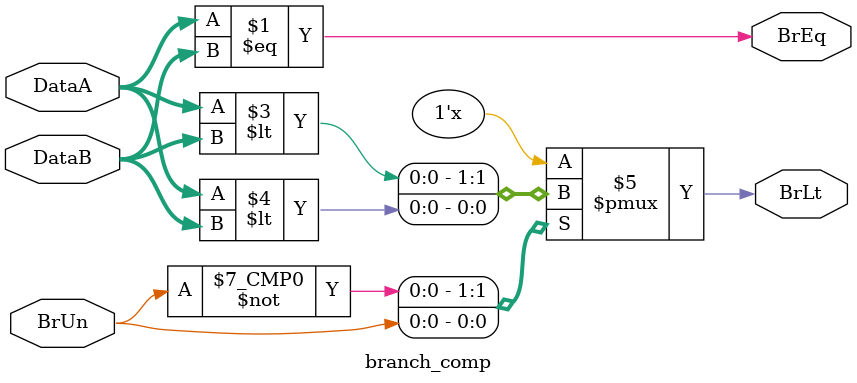
<source format=v>
module branch_comp #(
    parameter DWIDTH = 64
) (
    DataA, DataB, BrUn, BrEq, BrLt
);

    input [DWIDTH-1:0] DataA;
    input [DWIDTH-1:0] DataB;
    input BrUn;
    output BrEq;
    output reg BrLt;

    assign BrEq = DataA==DataB;

    // assign BrLt = BrUn? (DataA<DataB) : ($signed(A)<$signed(B));

    always @(*) begin
        case(BrUn)
            0: BrLt = $signed(DataA) < $signed(DataB);
            1: BrLt = DataA < DataB;
        endcase
    end
    
endmodule
</source>
